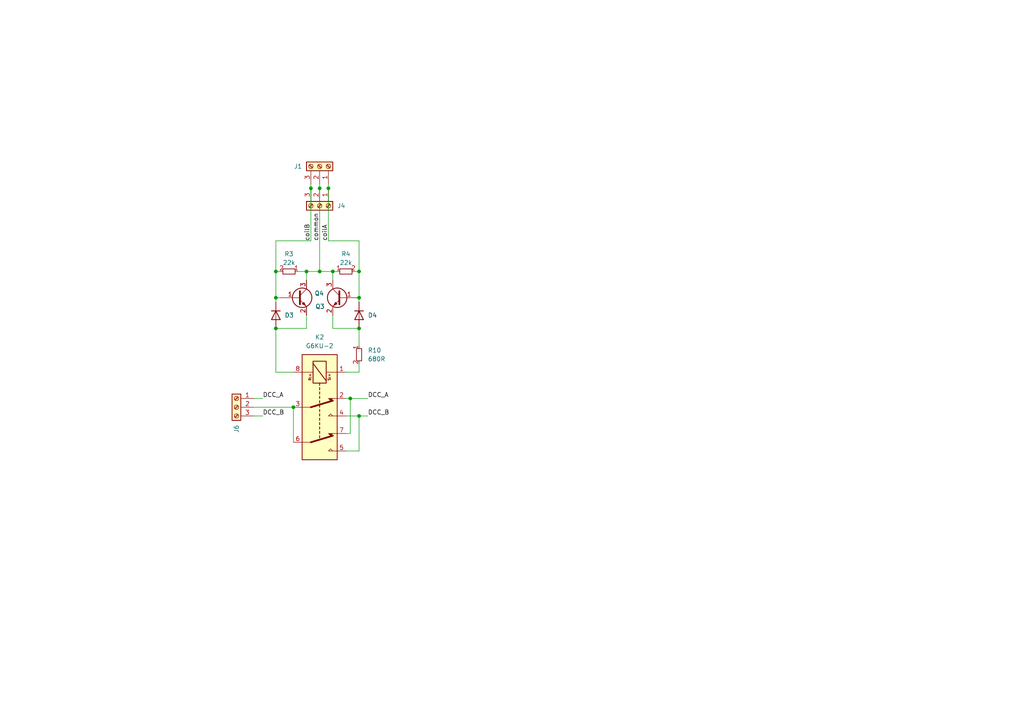
<source format=kicad_sch>
(kicad_sch (version 20231120) (generator "eeschema") (generator_version "8.0")
  (paper "A4")
  (lib_symbols
    (symbol "Connector:Screw_Terminal_01x03" (pin_names (offset 1.016) hide)
      (property "Reference" "J" (at 0 5.08 0))
      (property "Value" "Screw_Terminal_01x03" (at 0 -5.08 0))
      (symbol "Screw_Terminal_01x03_1_1"
        (rectangle (start -1.27 3.81) (end 1.27 -3.81) (stroke (width 0.254)) (fill (type background)))
        (circle (center 0 -2.54) (radius 0.635) (stroke (width 0.1524)))
        (polyline (pts (xy -0.5334 -2.2098) (xy 0.3302 -3.048)) (stroke (width 0.1524)))
        (polyline (pts (xy -0.5334 0.3302) (xy 0.3302 -0.508)) (stroke (width 0.1524)))
        (polyline (pts (xy -0.5334 2.8702) (xy 0.3302 2.032)) (stroke (width 0.1524)))
        (polyline (pts (xy -0.3556 -2.032) (xy 0.508 -2.8702)) (stroke (width 0.1524)))
        (polyline (pts (xy -0.3556 0.508) (xy 0.508 -0.3302)) (stroke (width 0.1524)))
        (polyline (pts (xy -0.3556 3.048) (xy 0.508 2.2098)) (stroke (width 0.1524)))
        (circle (center 0 0) (radius 0.635) (stroke (width 0.1524)))
        (circle (center 0 2.54) (radius 0.635) (stroke (width 0.1524)))
        (pin passive line (at -5.08 2.54 0) (length 3.81) (name "Pin_1") (number "1"))
        (pin passive line (at -5.08 0 0) (length 3.81) (name "Pin_2") (number "2"))
        (pin passive line (at -5.08 -2.54 0) (length 3.81) (name "Pin_3") (number "3"))
      )
    )
    (symbol "Relay:G6KU-2"
      (property "Reference" "K" (at 16.51 3.81 0))
      (property "Value" "G6KU-2" (at 16.51 1.27 0))
      (symbol "G6KU-2_0_0"
        (text "R:+" (at -8.763 -2.794 0) (effects (font (size 0.762 0.762))))
        (text "S:+" (at -8.763 2.794 0) (effects (font (size 0.762 0.762))))
      )
      (symbol "G6KU-2_0_1"
        (rectangle (start -15.24 5.08) (end 15.24 -5.08) (stroke (width 0.254)) (fill (type background)))
        (rectangle (start -13.335 1.905) (end -6.985 -1.905) (stroke (width 0.254)))
        (polyline (pts (xy -12.7 -1.905) (xy -7.62 1.905)) (stroke (width 0.254)))
        (polyline (pts (xy -10.16 -5.08) (xy -10.16 -1.905)))
        (polyline (pts (xy -10.16 5.08) (xy -10.16 1.905)))
        (polyline (pts (xy -6.985 0) (xy -6.35 0)) (stroke (width 0.254)))
        (polyline (pts (xy -5.715 0) (xy -5.08 0)) (stroke (width 0.254)))
        (polyline (pts (xy -4.445 0) (xy -3.81 0)) (stroke (width 0.254)))
        (polyline (pts (xy -3.175 0) (xy -2.54 0)) (stroke (width 0.254)))
        (polyline (pts (xy -1.905 0) (xy -1.27 0)) (stroke (width 0.254)))
        (polyline (pts (xy -0.635 0) (xy 0 0)) (stroke (width 0.254)))
        (polyline (pts (xy 0 -2.54) (xy -1.905 3.81)) (stroke (width 0.508)))
        (polyline (pts (xy 0 -2.54) (xy 0 -5.08)))
        (polyline (pts (xy 0.635 0) (xy 1.27 0)) (stroke (width 0.254)))
        (polyline (pts (xy 1.905 0) (xy 2.54 0)) (stroke (width 0.254)))
        (polyline (pts (xy 3.175 0) (xy 3.81 0)) (stroke (width 0.254)))
        (polyline (pts (xy 4.445 0) (xy 5.08 0)) (stroke (width 0.254)))
        (polyline (pts (xy 5.715 0) (xy 6.35 0)) (stroke (width 0.254)))
        (polyline (pts (xy 6.985 0) (xy 7.62 0)) (stroke (width 0.254)))
        (polyline (pts (xy 8.255 0) (xy 8.89 0)) (stroke (width 0.254)))
        (polyline (pts (xy 10.16 -2.54) (xy 8.255 3.81)) (stroke (width 0.508)))
        (polyline (pts (xy 10.16 -2.54) (xy 10.16 -5.08)))
        (polyline (pts (xy -2.54 5.08) (xy -2.54 2.54) (xy -1.905 3.175) (xy -2.54 3.81)) (fill (type outline)))
        (polyline (pts (xy 2.54 5.08) (xy 2.54 2.54) (xy 1.905 3.175) (xy 2.54 3.81)))
        (polyline (pts (xy 7.62 5.08) (xy 7.62 2.54) (xy 8.255 3.175) (xy 7.62 3.81)) (fill (type outline)))
        (polyline (pts (xy 12.7 5.08) (xy 12.7 2.54) (xy 12.065 3.175) (xy 12.7 3.81)))
      )
      (symbol "G6KU-2_1_1"
        (pin passive line (at -10.16 7.62 270) (length 2.54) (name "~") (number "1"))
        (pin passive line (at -2.54 7.62 270) (length 2.54) (name "~") (number "2"))
        (pin passive line (at 0 -7.62 90) (length 2.54) (name "~") (number "3"))
        (pin passive line (at 2.54 7.62 270) (length 2.54) (name "~") (number "4"))
        (pin passive line (at 12.7 7.62 270) (length 2.54) (name "~") (number "5"))
        (pin passive line (at 10.16 -7.62 90) (length 2.54) (name "~") (number "6"))
        (pin passive line (at 7.62 7.62 270) (length 2.54) (name "~") (number "7"))
        (pin passive line (at -10.16 -7.62 90) (length 2.54) (name "~") (number "8"))
      )
    )
    (symbol "custom_kicad_lib_sk:1N4148WS" (pin_numbers hide) (pin_names hide)
      (property "Reference" "D" (at 0 2.54 0))
      (property "Value" "1N4148WS" (at 0 -2.54 0))
      (symbol "1N4148WS_0_1"
        (polyline (pts (xy -1.27 1.27) (xy -1.27 -1.27)) (stroke (width 0.254)))
        (polyline (pts (xy 1.27 0) (xy -1.27 0)))
        (polyline (pts (xy 1.27 1.27) (xy 1.27 -1.27) (xy -1.27 0) (xy 1.27 1.27)) (stroke (width 0.254)))
      )
      (symbol "1N4148WS_1_1"
        (pin passive line (at -3.81 0 0) (length 2.54) (name "K") (number "1"))
        (pin passive line (at 3.81 0 180) (length 2.54) (name "A") (number "2"))
      )
    )
    (symbol "custom_kicad_lib_sk:NPN_TOR" (pin_names (offset 0) hide)
      (property "Reference" "Q" (at 5.08 1.905 0))
      (property "Value" "NPN_TOR" (at 5.08 0 0))
      (symbol "NPN_TOR_0_1"
        (polyline (pts (xy 0.635 0.635) (xy 2.54 2.54)))
        (polyline (pts (xy 0.635 -0.635) (xy 2.54 -2.54) (xy 2.54 -2.54)))
        (polyline (pts (xy 0.635 1.905) (xy 0.635 -1.905) (xy 0.635 -1.905)) (stroke (width 0.508)))
        (polyline (pts (xy 1.27 -1.778) (xy 1.778 -1.27) (xy 2.286 -2.286) (xy 1.27 -1.778) (xy 1.27 -1.778)) (fill (type outline)))
        (circle (center 1.27 0) (radius 2.8194) (stroke (width 0.254)))
      )
      (symbol "NPN_TOR_1_1"
        (pin input line (at -5.08 0 0) (length 5.715) (name "B") (number "1"))
        (pin passive line (at 2.54 -5.08 90) (length 2.54) (name "E") (number "2"))
        (pin passive line (at 2.54 5.08 270) (length 2.54) (name "C") (number "3"))
      )
    )
    (symbol "resistors_0603:R_22k_0603"
      (property "Reference" "R" (at 1.27 2.54 0))
      (property "Value" "22k" (at 2.54 -2.54 0))
      (symbol "R_22k_0603_0_1"
        (rectangle (start -0.762 1.778) (end 0.762 -1.778) (stroke (width 0.2032)))
      )
      (symbol "R_22k_0603_1_1"
        (pin passive line (at 0 2.54 270) (length 0.762) (name "~") (number "1"))
        (pin passive line (at 0 -2.54 90) (length 0.762) (name "~") (number "2"))
      )
    )
    (symbol "resistors_0603:R_680R_0603"
      (property "Reference" "R" (at 1.27 2.54 0))
      (property "Value" "680R" (at 2.54 -2.54 0))
      (symbol "R_680R_0603_0_1"
        (rectangle (start -0.762 1.778) (end 0.762 -1.778) (stroke (width 0.2032)))
      )
      (symbol "R_680R_0603_1_1"
        (pin passive line (at 0 2.54 270) (length 0.762) (name "~") (number "1"))
        (pin passive line (at 0 -2.54 90) (length 0.762) (name "~") (number "2"))
      )
    )
  )
  (junction (at 88.9 78.74))
  (junction (at 92.71 54.61))
  (junction (at 95.25 54.61))
  (junction (at 80.01 78.74))
  (junction (at 101.6 115.57))
  (junction (at 80.01 86.36))
  (junction (at 80.01 95.25))
  (junction (at 104.14 78.74))
  (junction (at 96.52 78.74))
  (junction (at 92.71 78.74))
  (junction (at 104.14 120.65))
  (junction (at 90.17 54.61))
  (junction (at 104.14 95.25))
  (junction (at 85.09 118.11))
  (junction (at 104.14 86.36))
  (wire (pts (xy 80.01 95.25) (xy 80.01 107.95)))
  (wire (pts (xy 101.6 115.57) (xy 101.6 125.73)))
  (wire (pts (xy 104.14 107.95) (xy 100.33 107.95)))
  (wire (pts (xy 80.01 78.74) (xy 80.01 86.36)))
  (wire (pts (xy 90.17 53.34) (xy 90.17 54.61)))
  (wire (pts (xy 95.25 54.61) (xy 95.25 69.85)))
  (wire (pts (xy 86.36 78.74) (xy 88.9 78.74)))
  (wire (pts (xy 96.52 78.74) (xy 96.52 81.28)))
  (wire (pts (xy 92.71 78.74) (xy 96.52 78.74)))
  (wire (pts (xy 90.17 54.61) (xy 90.17 69.85)))
  (wire (pts (xy 73.66 115.57) (xy 76.2 115.57)))
  (wire (pts (xy 73.66 118.11) (xy 85.09 118.11)))
  (wire (pts (xy 81.28 78.74) (xy 80.01 78.74)))
  (wire (pts (xy 96.52 95.25) (xy 104.14 95.25)))
  (wire (pts (xy 80.01 69.85) (xy 80.01 78.74)))
  (wire (pts (xy 88.9 95.25) (xy 88.9 91.44)))
  (wire (pts (xy 73.66 120.65) (xy 76.2 120.65)))
  (wire (pts (xy 90.17 69.85) (xy 80.01 69.85)))
  (wire (pts (xy 104.14 120.65) (xy 104.14 130.81)))
  (wire (pts (xy 95.25 53.34) (xy 95.25 54.61)))
  (wire (pts (xy 104.14 86.36) (xy 104.14 87.63)))
  (wire (pts (xy 80.01 86.36) (xy 81.28 86.36)))
  (wire (pts (xy 100.33 120.65) (xy 104.14 120.65)))
  (wire (pts (xy 92.71 54.61) (xy 92.71 78.74)))
  (wire (pts (xy 100.33 125.73) (xy 101.6 125.73)))
  (wire (pts (xy 80.01 95.25) (xy 88.9 95.25)))
  (wire (pts (xy 100.33 115.57) (xy 101.6 115.57)))
  (wire (pts (xy 104.14 69.85) (xy 104.14 78.74)))
  (wire (pts (xy 92.71 53.34) (xy 92.71 54.61)))
  (wire (pts (xy 88.9 78.74) (xy 92.71 78.74)))
  (wire (pts (xy 80.01 107.95) (xy 85.09 107.95)))
  (wire (pts (xy 104.14 95.25) (xy 104.14 100.33)))
  (wire (pts (xy 88.9 78.74) (xy 88.9 81.28)))
  (wire (pts (xy 96.52 78.74) (xy 97.79 78.74)))
  (wire (pts (xy 85.09 118.11) (xy 85.09 128.27)))
  (wire (pts (xy 95.25 69.85) (xy 104.14 69.85)))
  (wire (pts (xy 96.52 95.25) (xy 96.52 91.44)))
  (wire (pts (xy 104.14 120.65) (xy 106.68 120.65)))
  (wire (pts (xy 101.6 115.57) (xy 106.68 115.57)))
  (wire (pts (xy 80.01 86.36) (xy 80.01 87.63)))
  (wire (pts (xy 104.14 130.81) (xy 100.33 130.81)))
  (wire (pts (xy 104.14 105.41) (xy 104.14 107.95)))
  (wire (pts (xy 102.87 78.74) (xy 104.14 78.74)))
  (wire (pts (xy 104.14 78.74) (xy 104.14 86.36)))
  (label "DCC_A" (at 76.2 115.57 0))
  (label "DCC_A" (at 106.68 115.57 0))
  (label "coilA" (at 95.25 69.85 90))
  (label "common" (at 92.71 69.85 90))
  (label "coilB" (at 90.17 69.85 90))
  (label "DCC_B" (at 76.2 120.65 0))
  (label "DCC_B" (at 106.68 120.65 0))
  (symbol (lib_id "custom_kicad_lib_sk:1N4148WS") (at 104.14 91.44 270) (unit 1)
    (property "Reference" "D6" (at 106.68 91.4399 90) (effects (justify left)))
    (property "Value" "1N4148WS" (effects (hide yes)))
    (property "Footprint" "Diode_SMD:D_SOD-323" (effects (hide yes)))
    (property "Datasheet" "https://www.vishay.com/docs/85751/1n4148ws.pdf" (effects (hide yes)))
    (property "Description" "75V 0.15A Fast switching Diode, SOD-323" (effects (hide yes)))
    (property "Sim.Device" "D" (effects (hide yes)))
    (property "Sim.Pins" "1=K 2=A" (effects (hide yes)))
    (property "JLCPCB Part#" "C2128" (effects (hide yes)))
    (instances (project "Mk2-latchingRelayExtension" (path "" (reference "D4") (unit 1))))
  )
  (symbol (lib_id "custom_kicad_lib_sk:NPN_TOR") (at 86.36 86.36 0) (unit 1)
    (property "Reference" "Q5" (at 91.44 88.9 0) (effects (justify left)))
    (property "Value" "NPN_TOR" (effects (hide yes)))
    (property "Footprint" "Package_TO_SOT_SMD:SOT-23" (effects (hide yes)))
    (property "Description" "0.6A Ic, 160V Vce, NPN Transistor, SOT-23" (effects (hide yes)))
    (property "JLCPCB Part#" "C2145" (effects (hide yes)))
    (instances (project "Mk2-latchingRelayExtension" (path "" (reference "Q3") (unit 1))))
  )
  (symbol (lib_id "resistors_0603:R_22k_0603") (at 100.33 78.74 90) (unit 1)
    (property "Reference" "R6" (at 100.33 73.66 90))
    (property "Value" "22k" (at 100.33 76.2 90))
    (property "Footprint" "custom_kicad_lib_sk:R_0603_smalltext" (effects (hide yes)))
    (property "JLCPCB Part#" "C31850" (effects (hide yes)))
    (instances (project "Mk2-latchingRelayExtension" (path "" (reference "R4") (unit 1))))
  )
  (symbol (lib_id "custom_kicad_lib_sk:1N4148WS") (at 80.01 91.44 270) (unit 1)
    (property "Reference" "D5" (at 82.55 91.4399 90) (effects (justify left)))
    (property "Value" "1N4148WS" (effects (hide yes)))
    (property "Footprint" "Diode_SMD:D_SOD-323" (effects (hide yes)))
    (property "Datasheet" "https://www.vishay.com/docs/85751/1n4148ws.pdf" (effects (hide yes)))
    (property "Description" "75V 0.15A Fast switching Diode, SOD-323" (effects (hide yes)))
    (property "Sim.Device" "D" (effects (hide yes)))
    (property "Sim.Pins" "1=K 2=A" (effects (hide yes)))
    (property "JLCPCB Part#" "C2128" (effects (hide yes)))
    (instances (project "Mk2-latchingRelayExtension" (path "" (reference "D3") (unit 1))))
  )
  (symbol (lib_id "Connector:Screw_Terminal_01x03") (at 92.71 48.26 270) (mirror x) (unit 1)
    (property "Reference" "J7" (at 87.63 48.2599 90) (effects (justify right)))
    (property "Value" "Screw_Terminal_01x03" (effects (hide yes)))
    (property "Footprint" "custom_kicad_lib_sk:connector_3.50mm_3P horizontal_MALE" (effects (hide yes)))
    (property "Description" "Generic screw terminal, single row, 01x03, script generated (kicad-library-utils/schlib/autogen/connector/)" (effects (hide yes)))
    (property "JLCPCB Part#" "C6394074" (effects (hide yes)))
    (instances (project "Mk2-latchingRelayExtension" (path "" (reference "J1") (unit 1))))
  )
  (symbol (lib_id "resistors_0603:R_22k_0603") (at 83.82 78.74 270) (unit 1)
    (property "Reference" "R5" (at 83.82 73.66 90))
    (property "Value" "22k" (at 83.82 76.2 90))
    (property "Footprint" "custom_kicad_lib_sk:R_0603_smalltext" (effects (hide yes)))
    (property "JLCPCB Part#" "C31850" (effects (hide yes)))
    (instances (project "Mk2-latchingRelayExtension" (path "" (reference "R3") (unit 1))))
  )
  (symbol (lib_id "Connector:Screw_Terminal_01x03") (at 92.71 59.69 270) (unit 1)
    (property "Reference" "J8" (at 97.79 59.6899 90) (effects (justify left)))
    (property "Value" "Screw_Terminal_01x03" (effects (hide yes)))
    (property "Footprint" "Connector_Phoenix_MC:PhoenixContact_MC_1,5_3-G-3.5_1x03_P3.50mm_Horizontal" (effects (hide yes)))
    (property "Description" "Generic screw terminal, single row, 01x03, script generated (kicad-library-utils/schlib/autogen/connector/)" (effects (hide yes)))
    (property "JLCPCB Part#" "C880573" (effects (hide yes)))
    (property "Mating Part#" "C560213" (effects (hide yes)))
    (instances (project "" (path "" (reference "J4") (unit 1))))
  )
  (symbol (lib_id "Connector:Screw_Terminal_01x03") (at 68.58 118.11 0) (mirror y) (unit 1)
    (property "Reference" "J9" (at 68.5799 123.19 90) (effects (justify right)))
    (property "Value" "Screw_Terminal_01x03" (effects (hide yes)))
    (property "Footprint" "Connector_Phoenix_MC:PhoenixContact_MCV_1,5_3-G-3.5_1x03_P3.50mm_Vertical" (effects (hide yes)))
    (property "Description" "Generic screw terminal, single row, 01x03, script generated (kicad-library-utils/schlib/autogen/connector/)" (effects (hide yes)))
    (property "JLCPCB Part#" "C880555" (effects (hide yes)))
    (property "mating part#" "C560231" (effects (hide yes)))
    (instances (project "insulFrogExtensionSMD" (path "" (reference "J6") (unit 1))))
  )
  (symbol (lib_id "resistors_0603:R_680R_0603") (at 104.14 102.87 0) (unit 1)
    (property "Reference" "R11" (at 106.68 101.5999 0) (effects (justify left)))
    (property "Value" "680R" (at 106.68 104.1399 0) (effects (justify left)))
    (property "Footprint" "custom_kicad_lib_sk:R_0603_smalltext" (effects (hide yes)))
    (property "JLCPCB Part#" "C17798" (effects (hide yes)))
    (instances (project "" (path "" (reference "R10") (unit 1))))
  )
  (symbol (lib_id "custom_kicad_lib_sk:NPN_TOR") (at 99.06 86.36 0) (mirror y) (unit 1)
    (property "Reference" "Q6" (at 93.98 85.09 0) (effects (justify left)))
    (property "Value" "NPN_TOR" (effects (hide yes)))
    (property "Footprint" "Package_TO_SOT_SMD:SOT-23" (effects (hide yes)))
    (property "Description" "0.6A Ic, 160V Vce, NPN Transistor, SOT-23" (effects (hide yes)))
    (property "JLCPCB Part#" "C2145" (effects (hide yes)))
    (instances (project "Mk2-latchingRelayExtension" (path "" (reference "Q4") (unit 1))))
  )
  (symbol (lib_id "Relay:G6KU-2") (at 92.71 118.11 270) (unit 1)
    (property "Reference" "K3" (at 92.71 97.79 90))
    (property "Value" "G6KU-2" (at 92.71 100.33 90))
    (property "Footprint" "Relay_SMD:Relay_DPDT_Omron_G6K-2F-Y" (effects (hide yes)))
    (property "Datasheet" "http://omronfs.omron.com/en_US/ecb/products/pdf/en-g6k.pdf" (effects (hide yes)))
    (property "Description" "Miniature 2-pole relay, Single-winding Latching" (effects (hide yes)))
    (property "JLCPCB Part#" "C2153173" (effects (hide yes)))
    (instances (project "Mk2-latchingRelayExtension" (path "" (reference "K2") (unit 1))))
  )
)
</source>
